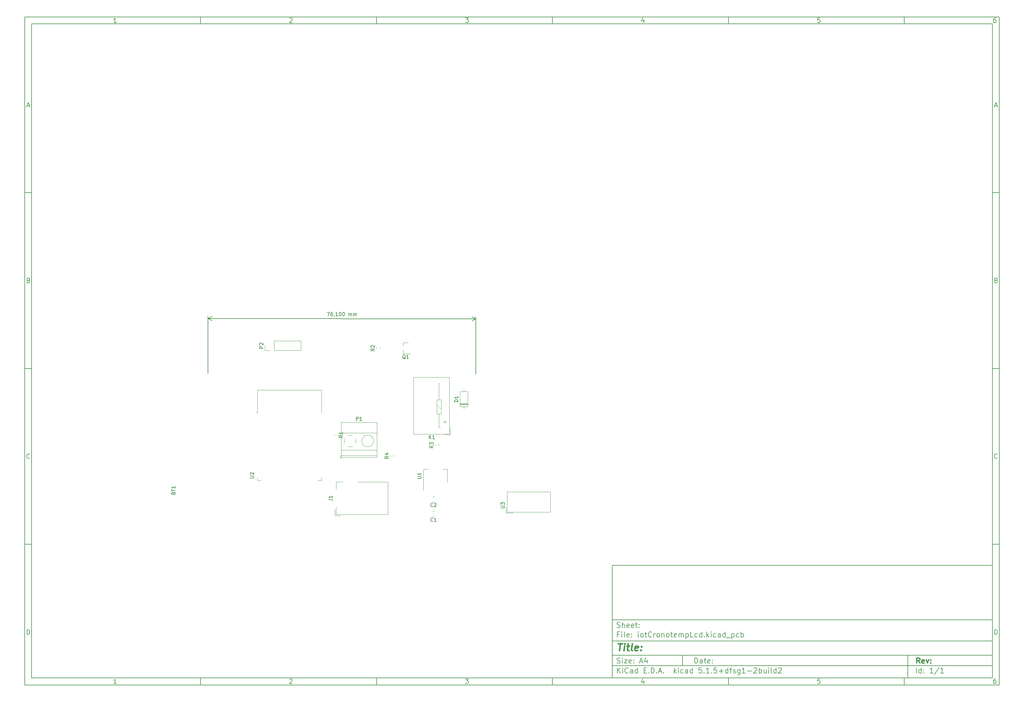
<source format=gbr>
%TF.GenerationSoftware,KiCad,Pcbnew,5.1.5+dfsg1-2build2*%
%TF.CreationDate,2021-01-19T23:04:30+01:00*%
%TF.ProjectId,iotCronotempLcd,696f7443-726f-46e6-9f74-656d704c6364,rev?*%
%TF.SameCoordinates,Original*%
%TF.FileFunction,Legend,Top*%
%TF.FilePolarity,Positive*%
%FSLAX46Y46*%
G04 Gerber Fmt 4.6, Leading zero omitted, Abs format (unit mm)*
G04 Created by KiCad (PCBNEW 5.1.5+dfsg1-2build2) date 2021-01-19 23:04:30*
%MOMM*%
%LPD*%
G04 APERTURE LIST*
%ADD10C,0.100000*%
%ADD11C,0.150000*%
%ADD12C,0.300000*%
%ADD13C,0.400000*%
%ADD14C,0.120000*%
G04 APERTURE END LIST*
D10*
D11*
X177002200Y-166007200D02*
X177002200Y-198007200D01*
X285002200Y-198007200D01*
X285002200Y-166007200D01*
X177002200Y-166007200D01*
D10*
D11*
X10000000Y-10000000D02*
X10000000Y-200007200D01*
X287002200Y-200007200D01*
X287002200Y-10000000D01*
X10000000Y-10000000D01*
D10*
D11*
X12000000Y-12000000D02*
X12000000Y-198007200D01*
X285002200Y-198007200D01*
X285002200Y-12000000D01*
X12000000Y-12000000D01*
D10*
D11*
X60000000Y-12000000D02*
X60000000Y-10000000D01*
D10*
D11*
X110000000Y-12000000D02*
X110000000Y-10000000D01*
D10*
D11*
X160000000Y-12000000D02*
X160000000Y-10000000D01*
D10*
D11*
X210000000Y-12000000D02*
X210000000Y-10000000D01*
D10*
D11*
X260000000Y-12000000D02*
X260000000Y-10000000D01*
D10*
D11*
X36065476Y-11588095D02*
X35322619Y-11588095D01*
X35694047Y-11588095D02*
X35694047Y-10288095D01*
X35570238Y-10473809D01*
X35446428Y-10597619D01*
X35322619Y-10659523D01*
D10*
D11*
X85322619Y-10411904D02*
X85384523Y-10350000D01*
X85508333Y-10288095D01*
X85817857Y-10288095D01*
X85941666Y-10350000D01*
X86003571Y-10411904D01*
X86065476Y-10535714D01*
X86065476Y-10659523D01*
X86003571Y-10845238D01*
X85260714Y-11588095D01*
X86065476Y-11588095D01*
D10*
D11*
X135260714Y-10288095D02*
X136065476Y-10288095D01*
X135632142Y-10783333D01*
X135817857Y-10783333D01*
X135941666Y-10845238D01*
X136003571Y-10907142D01*
X136065476Y-11030952D01*
X136065476Y-11340476D01*
X136003571Y-11464285D01*
X135941666Y-11526190D01*
X135817857Y-11588095D01*
X135446428Y-11588095D01*
X135322619Y-11526190D01*
X135260714Y-11464285D01*
D10*
D11*
X185941666Y-10721428D02*
X185941666Y-11588095D01*
X185632142Y-10226190D02*
X185322619Y-11154761D01*
X186127380Y-11154761D01*
D10*
D11*
X236003571Y-10288095D02*
X235384523Y-10288095D01*
X235322619Y-10907142D01*
X235384523Y-10845238D01*
X235508333Y-10783333D01*
X235817857Y-10783333D01*
X235941666Y-10845238D01*
X236003571Y-10907142D01*
X236065476Y-11030952D01*
X236065476Y-11340476D01*
X236003571Y-11464285D01*
X235941666Y-11526190D01*
X235817857Y-11588095D01*
X235508333Y-11588095D01*
X235384523Y-11526190D01*
X235322619Y-11464285D01*
D10*
D11*
X285941666Y-10288095D02*
X285694047Y-10288095D01*
X285570238Y-10350000D01*
X285508333Y-10411904D01*
X285384523Y-10597619D01*
X285322619Y-10845238D01*
X285322619Y-11340476D01*
X285384523Y-11464285D01*
X285446428Y-11526190D01*
X285570238Y-11588095D01*
X285817857Y-11588095D01*
X285941666Y-11526190D01*
X286003571Y-11464285D01*
X286065476Y-11340476D01*
X286065476Y-11030952D01*
X286003571Y-10907142D01*
X285941666Y-10845238D01*
X285817857Y-10783333D01*
X285570238Y-10783333D01*
X285446428Y-10845238D01*
X285384523Y-10907142D01*
X285322619Y-11030952D01*
D10*
D11*
X60000000Y-198007200D02*
X60000000Y-200007200D01*
D10*
D11*
X110000000Y-198007200D02*
X110000000Y-200007200D01*
D10*
D11*
X160000000Y-198007200D02*
X160000000Y-200007200D01*
D10*
D11*
X210000000Y-198007200D02*
X210000000Y-200007200D01*
D10*
D11*
X260000000Y-198007200D02*
X260000000Y-200007200D01*
D10*
D11*
X36065476Y-199595295D02*
X35322619Y-199595295D01*
X35694047Y-199595295D02*
X35694047Y-198295295D01*
X35570238Y-198481009D01*
X35446428Y-198604819D01*
X35322619Y-198666723D01*
D10*
D11*
X85322619Y-198419104D02*
X85384523Y-198357200D01*
X85508333Y-198295295D01*
X85817857Y-198295295D01*
X85941666Y-198357200D01*
X86003571Y-198419104D01*
X86065476Y-198542914D01*
X86065476Y-198666723D01*
X86003571Y-198852438D01*
X85260714Y-199595295D01*
X86065476Y-199595295D01*
D10*
D11*
X135260714Y-198295295D02*
X136065476Y-198295295D01*
X135632142Y-198790533D01*
X135817857Y-198790533D01*
X135941666Y-198852438D01*
X136003571Y-198914342D01*
X136065476Y-199038152D01*
X136065476Y-199347676D01*
X136003571Y-199471485D01*
X135941666Y-199533390D01*
X135817857Y-199595295D01*
X135446428Y-199595295D01*
X135322619Y-199533390D01*
X135260714Y-199471485D01*
D10*
D11*
X185941666Y-198728628D02*
X185941666Y-199595295D01*
X185632142Y-198233390D02*
X185322619Y-199161961D01*
X186127380Y-199161961D01*
D10*
D11*
X236003571Y-198295295D02*
X235384523Y-198295295D01*
X235322619Y-198914342D01*
X235384523Y-198852438D01*
X235508333Y-198790533D01*
X235817857Y-198790533D01*
X235941666Y-198852438D01*
X236003571Y-198914342D01*
X236065476Y-199038152D01*
X236065476Y-199347676D01*
X236003571Y-199471485D01*
X235941666Y-199533390D01*
X235817857Y-199595295D01*
X235508333Y-199595295D01*
X235384523Y-199533390D01*
X235322619Y-199471485D01*
D10*
D11*
X285941666Y-198295295D02*
X285694047Y-198295295D01*
X285570238Y-198357200D01*
X285508333Y-198419104D01*
X285384523Y-198604819D01*
X285322619Y-198852438D01*
X285322619Y-199347676D01*
X285384523Y-199471485D01*
X285446428Y-199533390D01*
X285570238Y-199595295D01*
X285817857Y-199595295D01*
X285941666Y-199533390D01*
X286003571Y-199471485D01*
X286065476Y-199347676D01*
X286065476Y-199038152D01*
X286003571Y-198914342D01*
X285941666Y-198852438D01*
X285817857Y-198790533D01*
X285570238Y-198790533D01*
X285446428Y-198852438D01*
X285384523Y-198914342D01*
X285322619Y-199038152D01*
D10*
D11*
X10000000Y-60000000D02*
X12000000Y-60000000D01*
D10*
D11*
X10000000Y-110000000D02*
X12000000Y-110000000D01*
D10*
D11*
X10000000Y-160000000D02*
X12000000Y-160000000D01*
D10*
D11*
X10690476Y-35216666D02*
X11309523Y-35216666D01*
X10566666Y-35588095D02*
X11000000Y-34288095D01*
X11433333Y-35588095D01*
D10*
D11*
X11092857Y-84907142D02*
X11278571Y-84969047D01*
X11340476Y-85030952D01*
X11402380Y-85154761D01*
X11402380Y-85340476D01*
X11340476Y-85464285D01*
X11278571Y-85526190D01*
X11154761Y-85588095D01*
X10659523Y-85588095D01*
X10659523Y-84288095D01*
X11092857Y-84288095D01*
X11216666Y-84350000D01*
X11278571Y-84411904D01*
X11340476Y-84535714D01*
X11340476Y-84659523D01*
X11278571Y-84783333D01*
X11216666Y-84845238D01*
X11092857Y-84907142D01*
X10659523Y-84907142D01*
D10*
D11*
X11402380Y-135464285D02*
X11340476Y-135526190D01*
X11154761Y-135588095D01*
X11030952Y-135588095D01*
X10845238Y-135526190D01*
X10721428Y-135402380D01*
X10659523Y-135278571D01*
X10597619Y-135030952D01*
X10597619Y-134845238D01*
X10659523Y-134597619D01*
X10721428Y-134473809D01*
X10845238Y-134350000D01*
X11030952Y-134288095D01*
X11154761Y-134288095D01*
X11340476Y-134350000D01*
X11402380Y-134411904D01*
D10*
D11*
X10659523Y-185588095D02*
X10659523Y-184288095D01*
X10969047Y-184288095D01*
X11154761Y-184350000D01*
X11278571Y-184473809D01*
X11340476Y-184597619D01*
X11402380Y-184845238D01*
X11402380Y-185030952D01*
X11340476Y-185278571D01*
X11278571Y-185402380D01*
X11154761Y-185526190D01*
X10969047Y-185588095D01*
X10659523Y-185588095D01*
D10*
D11*
X287002200Y-60000000D02*
X285002200Y-60000000D01*
D10*
D11*
X287002200Y-110000000D02*
X285002200Y-110000000D01*
D10*
D11*
X287002200Y-160000000D02*
X285002200Y-160000000D01*
D10*
D11*
X285692676Y-35216666D02*
X286311723Y-35216666D01*
X285568866Y-35588095D02*
X286002200Y-34288095D01*
X286435533Y-35588095D01*
D10*
D11*
X286095057Y-84907142D02*
X286280771Y-84969047D01*
X286342676Y-85030952D01*
X286404580Y-85154761D01*
X286404580Y-85340476D01*
X286342676Y-85464285D01*
X286280771Y-85526190D01*
X286156961Y-85588095D01*
X285661723Y-85588095D01*
X285661723Y-84288095D01*
X286095057Y-84288095D01*
X286218866Y-84350000D01*
X286280771Y-84411904D01*
X286342676Y-84535714D01*
X286342676Y-84659523D01*
X286280771Y-84783333D01*
X286218866Y-84845238D01*
X286095057Y-84907142D01*
X285661723Y-84907142D01*
D10*
D11*
X286404580Y-135464285D02*
X286342676Y-135526190D01*
X286156961Y-135588095D01*
X286033152Y-135588095D01*
X285847438Y-135526190D01*
X285723628Y-135402380D01*
X285661723Y-135278571D01*
X285599819Y-135030952D01*
X285599819Y-134845238D01*
X285661723Y-134597619D01*
X285723628Y-134473809D01*
X285847438Y-134350000D01*
X286033152Y-134288095D01*
X286156961Y-134288095D01*
X286342676Y-134350000D01*
X286404580Y-134411904D01*
D10*
D11*
X285661723Y-185588095D02*
X285661723Y-184288095D01*
X285971247Y-184288095D01*
X286156961Y-184350000D01*
X286280771Y-184473809D01*
X286342676Y-184597619D01*
X286404580Y-184845238D01*
X286404580Y-185030952D01*
X286342676Y-185278571D01*
X286280771Y-185402380D01*
X286156961Y-185526190D01*
X285971247Y-185588095D01*
X285661723Y-185588095D01*
D10*
D11*
X200434342Y-193785771D02*
X200434342Y-192285771D01*
X200791485Y-192285771D01*
X201005771Y-192357200D01*
X201148628Y-192500057D01*
X201220057Y-192642914D01*
X201291485Y-192928628D01*
X201291485Y-193142914D01*
X201220057Y-193428628D01*
X201148628Y-193571485D01*
X201005771Y-193714342D01*
X200791485Y-193785771D01*
X200434342Y-193785771D01*
X202577200Y-193785771D02*
X202577200Y-193000057D01*
X202505771Y-192857200D01*
X202362914Y-192785771D01*
X202077200Y-192785771D01*
X201934342Y-192857200D01*
X202577200Y-193714342D02*
X202434342Y-193785771D01*
X202077200Y-193785771D01*
X201934342Y-193714342D01*
X201862914Y-193571485D01*
X201862914Y-193428628D01*
X201934342Y-193285771D01*
X202077200Y-193214342D01*
X202434342Y-193214342D01*
X202577200Y-193142914D01*
X203077200Y-192785771D02*
X203648628Y-192785771D01*
X203291485Y-192285771D02*
X203291485Y-193571485D01*
X203362914Y-193714342D01*
X203505771Y-193785771D01*
X203648628Y-193785771D01*
X204720057Y-193714342D02*
X204577200Y-193785771D01*
X204291485Y-193785771D01*
X204148628Y-193714342D01*
X204077200Y-193571485D01*
X204077200Y-193000057D01*
X204148628Y-192857200D01*
X204291485Y-192785771D01*
X204577200Y-192785771D01*
X204720057Y-192857200D01*
X204791485Y-193000057D01*
X204791485Y-193142914D01*
X204077200Y-193285771D01*
X205434342Y-193642914D02*
X205505771Y-193714342D01*
X205434342Y-193785771D01*
X205362914Y-193714342D01*
X205434342Y-193642914D01*
X205434342Y-193785771D01*
X205434342Y-192857200D02*
X205505771Y-192928628D01*
X205434342Y-193000057D01*
X205362914Y-192928628D01*
X205434342Y-192857200D01*
X205434342Y-193000057D01*
D10*
D11*
X177002200Y-194507200D02*
X285002200Y-194507200D01*
D10*
D11*
X178434342Y-196585771D02*
X178434342Y-195085771D01*
X179291485Y-196585771D02*
X178648628Y-195728628D01*
X179291485Y-195085771D02*
X178434342Y-195942914D01*
X179934342Y-196585771D02*
X179934342Y-195585771D01*
X179934342Y-195085771D02*
X179862914Y-195157200D01*
X179934342Y-195228628D01*
X180005771Y-195157200D01*
X179934342Y-195085771D01*
X179934342Y-195228628D01*
X181505771Y-196442914D02*
X181434342Y-196514342D01*
X181220057Y-196585771D01*
X181077200Y-196585771D01*
X180862914Y-196514342D01*
X180720057Y-196371485D01*
X180648628Y-196228628D01*
X180577200Y-195942914D01*
X180577200Y-195728628D01*
X180648628Y-195442914D01*
X180720057Y-195300057D01*
X180862914Y-195157200D01*
X181077200Y-195085771D01*
X181220057Y-195085771D01*
X181434342Y-195157200D01*
X181505771Y-195228628D01*
X182791485Y-196585771D02*
X182791485Y-195800057D01*
X182720057Y-195657200D01*
X182577200Y-195585771D01*
X182291485Y-195585771D01*
X182148628Y-195657200D01*
X182791485Y-196514342D02*
X182648628Y-196585771D01*
X182291485Y-196585771D01*
X182148628Y-196514342D01*
X182077200Y-196371485D01*
X182077200Y-196228628D01*
X182148628Y-196085771D01*
X182291485Y-196014342D01*
X182648628Y-196014342D01*
X182791485Y-195942914D01*
X184148628Y-196585771D02*
X184148628Y-195085771D01*
X184148628Y-196514342D02*
X184005771Y-196585771D01*
X183720057Y-196585771D01*
X183577200Y-196514342D01*
X183505771Y-196442914D01*
X183434342Y-196300057D01*
X183434342Y-195871485D01*
X183505771Y-195728628D01*
X183577200Y-195657200D01*
X183720057Y-195585771D01*
X184005771Y-195585771D01*
X184148628Y-195657200D01*
X186005771Y-195800057D02*
X186505771Y-195800057D01*
X186720057Y-196585771D02*
X186005771Y-196585771D01*
X186005771Y-195085771D01*
X186720057Y-195085771D01*
X187362914Y-196442914D02*
X187434342Y-196514342D01*
X187362914Y-196585771D01*
X187291485Y-196514342D01*
X187362914Y-196442914D01*
X187362914Y-196585771D01*
X188077200Y-196585771D02*
X188077200Y-195085771D01*
X188434342Y-195085771D01*
X188648628Y-195157200D01*
X188791485Y-195300057D01*
X188862914Y-195442914D01*
X188934342Y-195728628D01*
X188934342Y-195942914D01*
X188862914Y-196228628D01*
X188791485Y-196371485D01*
X188648628Y-196514342D01*
X188434342Y-196585771D01*
X188077200Y-196585771D01*
X189577200Y-196442914D02*
X189648628Y-196514342D01*
X189577200Y-196585771D01*
X189505771Y-196514342D01*
X189577200Y-196442914D01*
X189577200Y-196585771D01*
X190220057Y-196157200D02*
X190934342Y-196157200D01*
X190077200Y-196585771D02*
X190577200Y-195085771D01*
X191077200Y-196585771D01*
X191577200Y-196442914D02*
X191648628Y-196514342D01*
X191577200Y-196585771D01*
X191505771Y-196514342D01*
X191577200Y-196442914D01*
X191577200Y-196585771D01*
X194577200Y-196585771D02*
X194577200Y-195085771D01*
X194720057Y-196014342D02*
X195148628Y-196585771D01*
X195148628Y-195585771D02*
X194577200Y-196157200D01*
X195791485Y-196585771D02*
X195791485Y-195585771D01*
X195791485Y-195085771D02*
X195720057Y-195157200D01*
X195791485Y-195228628D01*
X195862914Y-195157200D01*
X195791485Y-195085771D01*
X195791485Y-195228628D01*
X197148628Y-196514342D02*
X197005771Y-196585771D01*
X196720057Y-196585771D01*
X196577200Y-196514342D01*
X196505771Y-196442914D01*
X196434342Y-196300057D01*
X196434342Y-195871485D01*
X196505771Y-195728628D01*
X196577200Y-195657200D01*
X196720057Y-195585771D01*
X197005771Y-195585771D01*
X197148628Y-195657200D01*
X198434342Y-196585771D02*
X198434342Y-195800057D01*
X198362914Y-195657200D01*
X198220057Y-195585771D01*
X197934342Y-195585771D01*
X197791485Y-195657200D01*
X198434342Y-196514342D02*
X198291485Y-196585771D01*
X197934342Y-196585771D01*
X197791485Y-196514342D01*
X197720057Y-196371485D01*
X197720057Y-196228628D01*
X197791485Y-196085771D01*
X197934342Y-196014342D01*
X198291485Y-196014342D01*
X198434342Y-195942914D01*
X199791485Y-196585771D02*
X199791485Y-195085771D01*
X199791485Y-196514342D02*
X199648628Y-196585771D01*
X199362914Y-196585771D01*
X199220057Y-196514342D01*
X199148628Y-196442914D01*
X199077200Y-196300057D01*
X199077200Y-195871485D01*
X199148628Y-195728628D01*
X199220057Y-195657200D01*
X199362914Y-195585771D01*
X199648628Y-195585771D01*
X199791485Y-195657200D01*
X202362914Y-195085771D02*
X201648628Y-195085771D01*
X201577200Y-195800057D01*
X201648628Y-195728628D01*
X201791485Y-195657200D01*
X202148628Y-195657200D01*
X202291485Y-195728628D01*
X202362914Y-195800057D01*
X202434342Y-195942914D01*
X202434342Y-196300057D01*
X202362914Y-196442914D01*
X202291485Y-196514342D01*
X202148628Y-196585771D01*
X201791485Y-196585771D01*
X201648628Y-196514342D01*
X201577200Y-196442914D01*
X203077200Y-196442914D02*
X203148628Y-196514342D01*
X203077200Y-196585771D01*
X203005771Y-196514342D01*
X203077200Y-196442914D01*
X203077200Y-196585771D01*
X204577200Y-196585771D02*
X203720057Y-196585771D01*
X204148628Y-196585771D02*
X204148628Y-195085771D01*
X204005771Y-195300057D01*
X203862914Y-195442914D01*
X203720057Y-195514342D01*
X205220057Y-196442914D02*
X205291485Y-196514342D01*
X205220057Y-196585771D01*
X205148628Y-196514342D01*
X205220057Y-196442914D01*
X205220057Y-196585771D01*
X206648628Y-195085771D02*
X205934342Y-195085771D01*
X205862914Y-195800057D01*
X205934342Y-195728628D01*
X206077200Y-195657200D01*
X206434342Y-195657200D01*
X206577200Y-195728628D01*
X206648628Y-195800057D01*
X206720057Y-195942914D01*
X206720057Y-196300057D01*
X206648628Y-196442914D01*
X206577200Y-196514342D01*
X206434342Y-196585771D01*
X206077200Y-196585771D01*
X205934342Y-196514342D01*
X205862914Y-196442914D01*
X207362914Y-196014342D02*
X208505771Y-196014342D01*
X207934342Y-196585771D02*
X207934342Y-195442914D01*
X209862914Y-196585771D02*
X209862914Y-195085771D01*
X209862914Y-196514342D02*
X209720057Y-196585771D01*
X209434342Y-196585771D01*
X209291485Y-196514342D01*
X209220057Y-196442914D01*
X209148628Y-196300057D01*
X209148628Y-195871485D01*
X209220057Y-195728628D01*
X209291485Y-195657200D01*
X209434342Y-195585771D01*
X209720057Y-195585771D01*
X209862914Y-195657200D01*
X210362914Y-195585771D02*
X210934342Y-195585771D01*
X210577200Y-196585771D02*
X210577200Y-195300057D01*
X210648628Y-195157200D01*
X210791485Y-195085771D01*
X210934342Y-195085771D01*
X211362914Y-196514342D02*
X211505771Y-196585771D01*
X211791485Y-196585771D01*
X211934342Y-196514342D01*
X212005771Y-196371485D01*
X212005771Y-196300057D01*
X211934342Y-196157200D01*
X211791485Y-196085771D01*
X211577200Y-196085771D01*
X211434342Y-196014342D01*
X211362914Y-195871485D01*
X211362914Y-195800057D01*
X211434342Y-195657200D01*
X211577200Y-195585771D01*
X211791485Y-195585771D01*
X211934342Y-195657200D01*
X213291485Y-195585771D02*
X213291485Y-196800057D01*
X213220057Y-196942914D01*
X213148628Y-197014342D01*
X213005771Y-197085771D01*
X212791485Y-197085771D01*
X212648628Y-197014342D01*
X213291485Y-196514342D02*
X213148628Y-196585771D01*
X212862914Y-196585771D01*
X212720057Y-196514342D01*
X212648628Y-196442914D01*
X212577200Y-196300057D01*
X212577200Y-195871485D01*
X212648628Y-195728628D01*
X212720057Y-195657200D01*
X212862914Y-195585771D01*
X213148628Y-195585771D01*
X213291485Y-195657200D01*
X214791485Y-196585771D02*
X213934342Y-196585771D01*
X214362914Y-196585771D02*
X214362914Y-195085771D01*
X214220057Y-195300057D01*
X214077200Y-195442914D01*
X213934342Y-195514342D01*
X215434342Y-196014342D02*
X216577200Y-196014342D01*
X217220057Y-195228628D02*
X217291485Y-195157200D01*
X217434342Y-195085771D01*
X217791485Y-195085771D01*
X217934342Y-195157200D01*
X218005771Y-195228628D01*
X218077200Y-195371485D01*
X218077200Y-195514342D01*
X218005771Y-195728628D01*
X217148628Y-196585771D01*
X218077200Y-196585771D01*
X218720057Y-196585771D02*
X218720057Y-195085771D01*
X218720057Y-195657200D02*
X218862914Y-195585771D01*
X219148628Y-195585771D01*
X219291485Y-195657200D01*
X219362914Y-195728628D01*
X219434342Y-195871485D01*
X219434342Y-196300057D01*
X219362914Y-196442914D01*
X219291485Y-196514342D01*
X219148628Y-196585771D01*
X218862914Y-196585771D01*
X218720057Y-196514342D01*
X220720057Y-195585771D02*
X220720057Y-196585771D01*
X220077200Y-195585771D02*
X220077200Y-196371485D01*
X220148628Y-196514342D01*
X220291485Y-196585771D01*
X220505771Y-196585771D01*
X220648628Y-196514342D01*
X220720057Y-196442914D01*
X221434342Y-196585771D02*
X221434342Y-195585771D01*
X221434342Y-195085771D02*
X221362914Y-195157200D01*
X221434342Y-195228628D01*
X221505771Y-195157200D01*
X221434342Y-195085771D01*
X221434342Y-195228628D01*
X222362914Y-196585771D02*
X222220057Y-196514342D01*
X222148628Y-196371485D01*
X222148628Y-195085771D01*
X223577200Y-196585771D02*
X223577200Y-195085771D01*
X223577200Y-196514342D02*
X223434342Y-196585771D01*
X223148628Y-196585771D01*
X223005771Y-196514342D01*
X222934342Y-196442914D01*
X222862914Y-196300057D01*
X222862914Y-195871485D01*
X222934342Y-195728628D01*
X223005771Y-195657200D01*
X223148628Y-195585771D01*
X223434342Y-195585771D01*
X223577200Y-195657200D01*
X224220057Y-195228628D02*
X224291485Y-195157200D01*
X224434342Y-195085771D01*
X224791485Y-195085771D01*
X224934342Y-195157200D01*
X225005771Y-195228628D01*
X225077200Y-195371485D01*
X225077200Y-195514342D01*
X225005771Y-195728628D01*
X224148628Y-196585771D01*
X225077200Y-196585771D01*
D10*
D11*
X177002200Y-191507200D02*
X285002200Y-191507200D01*
D10*
D12*
X264411485Y-193785771D02*
X263911485Y-193071485D01*
X263554342Y-193785771D02*
X263554342Y-192285771D01*
X264125771Y-192285771D01*
X264268628Y-192357200D01*
X264340057Y-192428628D01*
X264411485Y-192571485D01*
X264411485Y-192785771D01*
X264340057Y-192928628D01*
X264268628Y-193000057D01*
X264125771Y-193071485D01*
X263554342Y-193071485D01*
X265625771Y-193714342D02*
X265482914Y-193785771D01*
X265197200Y-193785771D01*
X265054342Y-193714342D01*
X264982914Y-193571485D01*
X264982914Y-193000057D01*
X265054342Y-192857200D01*
X265197200Y-192785771D01*
X265482914Y-192785771D01*
X265625771Y-192857200D01*
X265697200Y-193000057D01*
X265697200Y-193142914D01*
X264982914Y-193285771D01*
X266197200Y-192785771D02*
X266554342Y-193785771D01*
X266911485Y-192785771D01*
X267482914Y-193642914D02*
X267554342Y-193714342D01*
X267482914Y-193785771D01*
X267411485Y-193714342D01*
X267482914Y-193642914D01*
X267482914Y-193785771D01*
X267482914Y-192857200D02*
X267554342Y-192928628D01*
X267482914Y-193000057D01*
X267411485Y-192928628D01*
X267482914Y-192857200D01*
X267482914Y-193000057D01*
D10*
D11*
X178362914Y-193714342D02*
X178577200Y-193785771D01*
X178934342Y-193785771D01*
X179077200Y-193714342D01*
X179148628Y-193642914D01*
X179220057Y-193500057D01*
X179220057Y-193357200D01*
X179148628Y-193214342D01*
X179077200Y-193142914D01*
X178934342Y-193071485D01*
X178648628Y-193000057D01*
X178505771Y-192928628D01*
X178434342Y-192857200D01*
X178362914Y-192714342D01*
X178362914Y-192571485D01*
X178434342Y-192428628D01*
X178505771Y-192357200D01*
X178648628Y-192285771D01*
X179005771Y-192285771D01*
X179220057Y-192357200D01*
X179862914Y-193785771D02*
X179862914Y-192785771D01*
X179862914Y-192285771D02*
X179791485Y-192357200D01*
X179862914Y-192428628D01*
X179934342Y-192357200D01*
X179862914Y-192285771D01*
X179862914Y-192428628D01*
X180434342Y-192785771D02*
X181220057Y-192785771D01*
X180434342Y-193785771D01*
X181220057Y-193785771D01*
X182362914Y-193714342D02*
X182220057Y-193785771D01*
X181934342Y-193785771D01*
X181791485Y-193714342D01*
X181720057Y-193571485D01*
X181720057Y-193000057D01*
X181791485Y-192857200D01*
X181934342Y-192785771D01*
X182220057Y-192785771D01*
X182362914Y-192857200D01*
X182434342Y-193000057D01*
X182434342Y-193142914D01*
X181720057Y-193285771D01*
X183077200Y-193642914D02*
X183148628Y-193714342D01*
X183077200Y-193785771D01*
X183005771Y-193714342D01*
X183077200Y-193642914D01*
X183077200Y-193785771D01*
X183077200Y-192857200D02*
X183148628Y-192928628D01*
X183077200Y-193000057D01*
X183005771Y-192928628D01*
X183077200Y-192857200D01*
X183077200Y-193000057D01*
X184862914Y-193357200D02*
X185577200Y-193357200D01*
X184720057Y-193785771D02*
X185220057Y-192285771D01*
X185720057Y-193785771D01*
X186862914Y-192785771D02*
X186862914Y-193785771D01*
X186505771Y-192214342D02*
X186148628Y-193285771D01*
X187077200Y-193285771D01*
D10*
D11*
X263434342Y-196585771D02*
X263434342Y-195085771D01*
X264791485Y-196585771D02*
X264791485Y-195085771D01*
X264791485Y-196514342D02*
X264648628Y-196585771D01*
X264362914Y-196585771D01*
X264220057Y-196514342D01*
X264148628Y-196442914D01*
X264077200Y-196300057D01*
X264077200Y-195871485D01*
X264148628Y-195728628D01*
X264220057Y-195657200D01*
X264362914Y-195585771D01*
X264648628Y-195585771D01*
X264791485Y-195657200D01*
X265505771Y-196442914D02*
X265577200Y-196514342D01*
X265505771Y-196585771D01*
X265434342Y-196514342D01*
X265505771Y-196442914D01*
X265505771Y-196585771D01*
X265505771Y-195657200D02*
X265577200Y-195728628D01*
X265505771Y-195800057D01*
X265434342Y-195728628D01*
X265505771Y-195657200D01*
X265505771Y-195800057D01*
X268148628Y-196585771D02*
X267291485Y-196585771D01*
X267720057Y-196585771D02*
X267720057Y-195085771D01*
X267577200Y-195300057D01*
X267434342Y-195442914D01*
X267291485Y-195514342D01*
X269862914Y-195014342D02*
X268577200Y-196942914D01*
X271148628Y-196585771D02*
X270291485Y-196585771D01*
X270720057Y-196585771D02*
X270720057Y-195085771D01*
X270577200Y-195300057D01*
X270434342Y-195442914D01*
X270291485Y-195514342D01*
D10*
D11*
X177002200Y-187507200D02*
X285002200Y-187507200D01*
D10*
D13*
X178714580Y-188211961D02*
X179857438Y-188211961D01*
X179036009Y-190211961D02*
X179286009Y-188211961D01*
X180274104Y-190211961D02*
X180440771Y-188878628D01*
X180524104Y-188211961D02*
X180416961Y-188307200D01*
X180500295Y-188402438D01*
X180607438Y-188307200D01*
X180524104Y-188211961D01*
X180500295Y-188402438D01*
X181107438Y-188878628D02*
X181869342Y-188878628D01*
X181476485Y-188211961D02*
X181262200Y-189926247D01*
X181333628Y-190116723D01*
X181512200Y-190211961D01*
X181702676Y-190211961D01*
X182655057Y-190211961D02*
X182476485Y-190116723D01*
X182405057Y-189926247D01*
X182619342Y-188211961D01*
X184190771Y-190116723D02*
X183988390Y-190211961D01*
X183607438Y-190211961D01*
X183428866Y-190116723D01*
X183357438Y-189926247D01*
X183452676Y-189164342D01*
X183571723Y-188973866D01*
X183774104Y-188878628D01*
X184155057Y-188878628D01*
X184333628Y-188973866D01*
X184405057Y-189164342D01*
X184381247Y-189354819D01*
X183405057Y-189545295D01*
X185155057Y-190021485D02*
X185238390Y-190116723D01*
X185131247Y-190211961D01*
X185047914Y-190116723D01*
X185155057Y-190021485D01*
X185131247Y-190211961D01*
X185286009Y-188973866D02*
X185369342Y-189069104D01*
X185262200Y-189164342D01*
X185178866Y-189069104D01*
X185286009Y-188973866D01*
X185262200Y-189164342D01*
D10*
D11*
X178934342Y-185600057D02*
X178434342Y-185600057D01*
X178434342Y-186385771D02*
X178434342Y-184885771D01*
X179148628Y-184885771D01*
X179720057Y-186385771D02*
X179720057Y-185385771D01*
X179720057Y-184885771D02*
X179648628Y-184957200D01*
X179720057Y-185028628D01*
X179791485Y-184957200D01*
X179720057Y-184885771D01*
X179720057Y-185028628D01*
X180648628Y-186385771D02*
X180505771Y-186314342D01*
X180434342Y-186171485D01*
X180434342Y-184885771D01*
X181791485Y-186314342D02*
X181648628Y-186385771D01*
X181362914Y-186385771D01*
X181220057Y-186314342D01*
X181148628Y-186171485D01*
X181148628Y-185600057D01*
X181220057Y-185457200D01*
X181362914Y-185385771D01*
X181648628Y-185385771D01*
X181791485Y-185457200D01*
X181862914Y-185600057D01*
X181862914Y-185742914D01*
X181148628Y-185885771D01*
X182505771Y-186242914D02*
X182577200Y-186314342D01*
X182505771Y-186385771D01*
X182434342Y-186314342D01*
X182505771Y-186242914D01*
X182505771Y-186385771D01*
X182505771Y-185457200D02*
X182577200Y-185528628D01*
X182505771Y-185600057D01*
X182434342Y-185528628D01*
X182505771Y-185457200D01*
X182505771Y-185600057D01*
X184362914Y-186385771D02*
X184362914Y-185385771D01*
X184362914Y-184885771D02*
X184291485Y-184957200D01*
X184362914Y-185028628D01*
X184434342Y-184957200D01*
X184362914Y-184885771D01*
X184362914Y-185028628D01*
X185291485Y-186385771D02*
X185148628Y-186314342D01*
X185077200Y-186242914D01*
X185005771Y-186100057D01*
X185005771Y-185671485D01*
X185077200Y-185528628D01*
X185148628Y-185457200D01*
X185291485Y-185385771D01*
X185505771Y-185385771D01*
X185648628Y-185457200D01*
X185720057Y-185528628D01*
X185791485Y-185671485D01*
X185791485Y-186100057D01*
X185720057Y-186242914D01*
X185648628Y-186314342D01*
X185505771Y-186385771D01*
X185291485Y-186385771D01*
X186220057Y-185385771D02*
X186791485Y-185385771D01*
X186434342Y-184885771D02*
X186434342Y-186171485D01*
X186505771Y-186314342D01*
X186648628Y-186385771D01*
X186791485Y-186385771D01*
X188148628Y-186242914D02*
X188077200Y-186314342D01*
X187862914Y-186385771D01*
X187720057Y-186385771D01*
X187505771Y-186314342D01*
X187362914Y-186171485D01*
X187291485Y-186028628D01*
X187220057Y-185742914D01*
X187220057Y-185528628D01*
X187291485Y-185242914D01*
X187362914Y-185100057D01*
X187505771Y-184957200D01*
X187720057Y-184885771D01*
X187862914Y-184885771D01*
X188077200Y-184957200D01*
X188148628Y-185028628D01*
X188791485Y-186385771D02*
X188791485Y-185385771D01*
X188791485Y-185671485D02*
X188862914Y-185528628D01*
X188934342Y-185457200D01*
X189077200Y-185385771D01*
X189220057Y-185385771D01*
X189934342Y-186385771D02*
X189791485Y-186314342D01*
X189720057Y-186242914D01*
X189648628Y-186100057D01*
X189648628Y-185671485D01*
X189720057Y-185528628D01*
X189791485Y-185457200D01*
X189934342Y-185385771D01*
X190148628Y-185385771D01*
X190291485Y-185457200D01*
X190362914Y-185528628D01*
X190434342Y-185671485D01*
X190434342Y-186100057D01*
X190362914Y-186242914D01*
X190291485Y-186314342D01*
X190148628Y-186385771D01*
X189934342Y-186385771D01*
X191077200Y-185385771D02*
X191077200Y-186385771D01*
X191077200Y-185528628D02*
X191148628Y-185457200D01*
X191291485Y-185385771D01*
X191505771Y-185385771D01*
X191648628Y-185457200D01*
X191720057Y-185600057D01*
X191720057Y-186385771D01*
X192648628Y-186385771D02*
X192505771Y-186314342D01*
X192434342Y-186242914D01*
X192362914Y-186100057D01*
X192362914Y-185671485D01*
X192434342Y-185528628D01*
X192505771Y-185457200D01*
X192648628Y-185385771D01*
X192862914Y-185385771D01*
X193005771Y-185457200D01*
X193077200Y-185528628D01*
X193148628Y-185671485D01*
X193148628Y-186100057D01*
X193077200Y-186242914D01*
X193005771Y-186314342D01*
X192862914Y-186385771D01*
X192648628Y-186385771D01*
X193577200Y-185385771D02*
X194148628Y-185385771D01*
X193791485Y-184885771D02*
X193791485Y-186171485D01*
X193862914Y-186314342D01*
X194005771Y-186385771D01*
X194148628Y-186385771D01*
X195220057Y-186314342D02*
X195077200Y-186385771D01*
X194791485Y-186385771D01*
X194648628Y-186314342D01*
X194577200Y-186171485D01*
X194577200Y-185600057D01*
X194648628Y-185457200D01*
X194791485Y-185385771D01*
X195077200Y-185385771D01*
X195220057Y-185457200D01*
X195291485Y-185600057D01*
X195291485Y-185742914D01*
X194577200Y-185885771D01*
X195934342Y-186385771D02*
X195934342Y-185385771D01*
X195934342Y-185528628D02*
X196005771Y-185457200D01*
X196148628Y-185385771D01*
X196362914Y-185385771D01*
X196505771Y-185457200D01*
X196577200Y-185600057D01*
X196577200Y-186385771D01*
X196577200Y-185600057D02*
X196648628Y-185457200D01*
X196791485Y-185385771D01*
X197005771Y-185385771D01*
X197148628Y-185457200D01*
X197220057Y-185600057D01*
X197220057Y-186385771D01*
X197934342Y-185385771D02*
X197934342Y-186885771D01*
X197934342Y-185457200D02*
X198077200Y-185385771D01*
X198362914Y-185385771D01*
X198505771Y-185457200D01*
X198577200Y-185528628D01*
X198648628Y-185671485D01*
X198648628Y-186100057D01*
X198577200Y-186242914D01*
X198505771Y-186314342D01*
X198362914Y-186385771D01*
X198077200Y-186385771D01*
X197934342Y-186314342D01*
X200005771Y-186385771D02*
X199291485Y-186385771D01*
X199291485Y-184885771D01*
X201148628Y-186314342D02*
X201005771Y-186385771D01*
X200720057Y-186385771D01*
X200577200Y-186314342D01*
X200505771Y-186242914D01*
X200434342Y-186100057D01*
X200434342Y-185671485D01*
X200505771Y-185528628D01*
X200577200Y-185457200D01*
X200720057Y-185385771D01*
X201005771Y-185385771D01*
X201148628Y-185457200D01*
X202434342Y-186385771D02*
X202434342Y-184885771D01*
X202434342Y-186314342D02*
X202291485Y-186385771D01*
X202005771Y-186385771D01*
X201862914Y-186314342D01*
X201791485Y-186242914D01*
X201720057Y-186100057D01*
X201720057Y-185671485D01*
X201791485Y-185528628D01*
X201862914Y-185457200D01*
X202005771Y-185385771D01*
X202291485Y-185385771D01*
X202434342Y-185457200D01*
X203148628Y-186242914D02*
X203220057Y-186314342D01*
X203148628Y-186385771D01*
X203077200Y-186314342D01*
X203148628Y-186242914D01*
X203148628Y-186385771D01*
X203862914Y-186385771D02*
X203862914Y-184885771D01*
X204005771Y-185814342D02*
X204434342Y-186385771D01*
X204434342Y-185385771D02*
X203862914Y-185957200D01*
X205077200Y-186385771D02*
X205077200Y-185385771D01*
X205077200Y-184885771D02*
X205005771Y-184957200D01*
X205077200Y-185028628D01*
X205148628Y-184957200D01*
X205077200Y-184885771D01*
X205077200Y-185028628D01*
X206434342Y-186314342D02*
X206291485Y-186385771D01*
X206005771Y-186385771D01*
X205862914Y-186314342D01*
X205791485Y-186242914D01*
X205720057Y-186100057D01*
X205720057Y-185671485D01*
X205791485Y-185528628D01*
X205862914Y-185457200D01*
X206005771Y-185385771D01*
X206291485Y-185385771D01*
X206434342Y-185457200D01*
X207720057Y-186385771D02*
X207720057Y-185600057D01*
X207648628Y-185457200D01*
X207505771Y-185385771D01*
X207220057Y-185385771D01*
X207077200Y-185457200D01*
X207720057Y-186314342D02*
X207577200Y-186385771D01*
X207220057Y-186385771D01*
X207077200Y-186314342D01*
X207005771Y-186171485D01*
X207005771Y-186028628D01*
X207077200Y-185885771D01*
X207220057Y-185814342D01*
X207577200Y-185814342D01*
X207720057Y-185742914D01*
X209077200Y-186385771D02*
X209077200Y-184885771D01*
X209077200Y-186314342D02*
X208934342Y-186385771D01*
X208648628Y-186385771D01*
X208505771Y-186314342D01*
X208434342Y-186242914D01*
X208362914Y-186100057D01*
X208362914Y-185671485D01*
X208434342Y-185528628D01*
X208505771Y-185457200D01*
X208648628Y-185385771D01*
X208934342Y-185385771D01*
X209077200Y-185457200D01*
X209434342Y-186528628D02*
X210577200Y-186528628D01*
X210934342Y-185385771D02*
X210934342Y-186885771D01*
X210934342Y-185457200D02*
X211077200Y-185385771D01*
X211362914Y-185385771D01*
X211505771Y-185457200D01*
X211577200Y-185528628D01*
X211648628Y-185671485D01*
X211648628Y-186100057D01*
X211577200Y-186242914D01*
X211505771Y-186314342D01*
X211362914Y-186385771D01*
X211077200Y-186385771D01*
X210934342Y-186314342D01*
X212934342Y-186314342D02*
X212791485Y-186385771D01*
X212505771Y-186385771D01*
X212362914Y-186314342D01*
X212291485Y-186242914D01*
X212220057Y-186100057D01*
X212220057Y-185671485D01*
X212291485Y-185528628D01*
X212362914Y-185457200D01*
X212505771Y-185385771D01*
X212791485Y-185385771D01*
X212934342Y-185457200D01*
X213577200Y-186385771D02*
X213577200Y-184885771D01*
X213577200Y-185457200D02*
X213720057Y-185385771D01*
X214005771Y-185385771D01*
X214148628Y-185457200D01*
X214220057Y-185528628D01*
X214291485Y-185671485D01*
X214291485Y-186100057D01*
X214220057Y-186242914D01*
X214148628Y-186314342D01*
X214005771Y-186385771D01*
X213720057Y-186385771D01*
X213577200Y-186314342D01*
D10*
D11*
X177002200Y-181507200D02*
X285002200Y-181507200D01*
D10*
D11*
X178362914Y-183614342D02*
X178577200Y-183685771D01*
X178934342Y-183685771D01*
X179077200Y-183614342D01*
X179148628Y-183542914D01*
X179220057Y-183400057D01*
X179220057Y-183257200D01*
X179148628Y-183114342D01*
X179077200Y-183042914D01*
X178934342Y-182971485D01*
X178648628Y-182900057D01*
X178505771Y-182828628D01*
X178434342Y-182757200D01*
X178362914Y-182614342D01*
X178362914Y-182471485D01*
X178434342Y-182328628D01*
X178505771Y-182257200D01*
X178648628Y-182185771D01*
X179005771Y-182185771D01*
X179220057Y-182257200D01*
X179862914Y-183685771D02*
X179862914Y-182185771D01*
X180505771Y-183685771D02*
X180505771Y-182900057D01*
X180434342Y-182757200D01*
X180291485Y-182685771D01*
X180077200Y-182685771D01*
X179934342Y-182757200D01*
X179862914Y-182828628D01*
X181791485Y-183614342D02*
X181648628Y-183685771D01*
X181362914Y-183685771D01*
X181220057Y-183614342D01*
X181148628Y-183471485D01*
X181148628Y-182900057D01*
X181220057Y-182757200D01*
X181362914Y-182685771D01*
X181648628Y-182685771D01*
X181791485Y-182757200D01*
X181862914Y-182900057D01*
X181862914Y-183042914D01*
X181148628Y-183185771D01*
X183077200Y-183614342D02*
X182934342Y-183685771D01*
X182648628Y-183685771D01*
X182505771Y-183614342D01*
X182434342Y-183471485D01*
X182434342Y-182900057D01*
X182505771Y-182757200D01*
X182648628Y-182685771D01*
X182934342Y-182685771D01*
X183077200Y-182757200D01*
X183148628Y-182900057D01*
X183148628Y-183042914D01*
X182434342Y-183185771D01*
X183577200Y-182685771D02*
X184148628Y-182685771D01*
X183791485Y-182185771D02*
X183791485Y-183471485D01*
X183862914Y-183614342D01*
X184005771Y-183685771D01*
X184148628Y-183685771D01*
X184648628Y-183542914D02*
X184720057Y-183614342D01*
X184648628Y-183685771D01*
X184577200Y-183614342D01*
X184648628Y-183542914D01*
X184648628Y-183685771D01*
X184648628Y-182757200D02*
X184720057Y-182828628D01*
X184648628Y-182900057D01*
X184577200Y-182828628D01*
X184648628Y-182757200D01*
X184648628Y-182900057D01*
D10*
D11*
X197002200Y-191507200D02*
X197002200Y-194507200D01*
D10*
D11*
X261002200Y-191507200D02*
X261002200Y-198007200D01*
X95982467Y-93986915D02*
X96649133Y-93987791D01*
X96219248Y-94987227D01*
X97458656Y-93988855D02*
X97268180Y-93988605D01*
X97172879Y-94036099D01*
X97125198Y-94083655D01*
X97029772Y-94226387D01*
X96981902Y-94416801D01*
X96981402Y-94797753D01*
X97028896Y-94893053D01*
X97076452Y-94940735D01*
X97171628Y-94988479D01*
X97362104Y-94988729D01*
X97457404Y-94941235D01*
X97505086Y-94893679D01*
X97552830Y-94798503D01*
X97553143Y-94560408D01*
X97505649Y-94465108D01*
X97458093Y-94417426D01*
X97362917Y-94369682D01*
X97172441Y-94369432D01*
X97077141Y-94416926D01*
X97029459Y-94464482D01*
X96981715Y-94559658D01*
X98028832Y-94941986D02*
X98028770Y-94989605D01*
X97981026Y-95084781D01*
X97933344Y-95132337D01*
X98981150Y-94990857D02*
X98409722Y-94990106D01*
X98695436Y-94990481D02*
X98696750Y-93990482D01*
X98601324Y-94133214D01*
X98505961Y-94228327D01*
X98410660Y-94275821D01*
X99601511Y-93991671D02*
X99696749Y-93991796D01*
X99791924Y-94039540D01*
X99839481Y-94087222D01*
X99886975Y-94182523D01*
X99934343Y-94373061D01*
X99934031Y-94611156D01*
X99886161Y-94801570D01*
X99838417Y-94896745D01*
X99790736Y-94944301D01*
X99695435Y-94991795D01*
X99600197Y-94991670D01*
X99505022Y-94943926D01*
X99457465Y-94896244D01*
X99409971Y-94800944D01*
X99362603Y-94610405D01*
X99362915Y-94372310D01*
X99410785Y-94181897D01*
X99458529Y-94086721D01*
X99506210Y-94039165D01*
X99601511Y-93991671D01*
X100553891Y-93992923D02*
X100649129Y-93993048D01*
X100744305Y-94040792D01*
X100791861Y-94088473D01*
X100839355Y-94183774D01*
X100886724Y-94374313D01*
X100886411Y-94612408D01*
X100838541Y-94802821D01*
X100790797Y-94897997D01*
X100743116Y-94945553D01*
X100647815Y-94993047D01*
X100552577Y-94992922D01*
X100457402Y-94945178D01*
X100409845Y-94897496D01*
X100362351Y-94802195D01*
X100314983Y-94611657D01*
X100315296Y-94373562D01*
X100363165Y-94183148D01*
X100410909Y-94087973D01*
X100458591Y-94040416D01*
X100553891Y-93992923D01*
X102076385Y-94994924D02*
X102077261Y-94328258D01*
X102077136Y-94423496D02*
X102124818Y-94375940D01*
X102220118Y-94328446D01*
X102362975Y-94328633D01*
X102458151Y-94376378D01*
X102505645Y-94471678D01*
X102504956Y-94995487D01*
X102505645Y-94471678D02*
X102553389Y-94376503D01*
X102648689Y-94329009D01*
X102791546Y-94329197D01*
X102886722Y-94376941D01*
X102934216Y-94472241D01*
X102933527Y-94996050D01*
X103409717Y-94996676D02*
X103410594Y-94330010D01*
X103410468Y-94425248D02*
X103458150Y-94377692D01*
X103553451Y-94330198D01*
X103696308Y-94330385D01*
X103791483Y-94378130D01*
X103838977Y-94473430D01*
X103838289Y-94997239D01*
X103838977Y-94473430D02*
X103886721Y-94378255D01*
X103982022Y-94330761D01*
X104124879Y-94330949D01*
X104220054Y-94378693D01*
X104267548Y-94473993D01*
X104266860Y-94997802D01*
X62120512Y-95790040D02*
X138220512Y-95890040D01*
X62100000Y-111400000D02*
X62121283Y-95203620D01*
X138200000Y-111500000D02*
X138221283Y-95303620D01*
X138220512Y-95890040D02*
X137093239Y-96474980D01*
X138220512Y-95890040D02*
X137094780Y-95302139D01*
X62120512Y-95790040D02*
X63246244Y-96377941D01*
X62120512Y-95790040D02*
X63247785Y-95205100D01*
D14*
%TO.C,R3*%
X127610000Y-131962779D02*
X127610000Y-131637221D01*
X126590000Y-131962779D02*
X126590000Y-131637221D01*
%TO.C,U1*%
X123290000Y-144600000D02*
X123290000Y-138590000D01*
X130110000Y-142350000D02*
X130110000Y-138590000D01*
X123290000Y-138590000D02*
X124550000Y-138590000D01*
X130110000Y-138590000D02*
X128850000Y-138590000D01*
%TO.C,P1*%
X99700000Y-135500000D02*
X100200000Y-135500000D01*
X99700000Y-134760000D02*
X99700000Y-135500000D01*
X106273000Y-131623000D02*
X106226000Y-131669000D01*
X108570000Y-129325000D02*
X108535000Y-129361000D01*
X106466000Y-131839000D02*
X106431000Y-131874000D01*
X108775000Y-129531000D02*
X108728000Y-129577000D01*
X110060000Y-125339000D02*
X110060000Y-135260000D01*
X99940000Y-125339000D02*
X99940000Y-135260000D01*
X99940000Y-135260000D02*
X110060000Y-135260000D01*
X99940000Y-125339000D02*
X110060000Y-125339000D01*
X99940000Y-128299000D02*
X110060000Y-128299000D01*
X99940000Y-133200000D02*
X110060000Y-133200000D01*
X99940000Y-134700000D02*
X110060000Y-134700000D01*
X109180000Y-130600000D02*
G75*
G03X109180000Y-130600000I-1680000J0D01*
G01*
X102528805Y-132280253D02*
G75*
G02X101816000Y-132135000I-28805J1680253D01*
G01*
X100964574Y-131283042D02*
G75*
G02X100965000Y-129916000I1535426J683042D01*
G01*
X101816958Y-129064574D02*
G75*
G02X103184000Y-129065000I683042J-1535426D01*
G01*
X104035426Y-129916958D02*
G75*
G02X104035000Y-131284000I-1535426J-683042D01*
G01*
X103183318Y-132134756D02*
G75*
G02X102500000Y-132280000I-683318J1534756D01*
G01*
%TO.C,R4*%
X114910000Y-134962779D02*
X114910000Y-134637221D01*
X113890000Y-134962779D02*
X113890000Y-134637221D01*
%TO.C,U3*%
X146800000Y-151060000D02*
X146800000Y-149450000D01*
X146800000Y-151060000D02*
X148800000Y-151060000D01*
X159340000Y-150780000D02*
X147090000Y-150780000D01*
X159340000Y-145020000D02*
X159340000Y-150780000D01*
X147080000Y-145020000D02*
X159340000Y-145020000D01*
X147080000Y-150770000D02*
X147080000Y-145030000D01*
%TO.C,P2*%
X78270000Y-104830000D02*
X78270000Y-103500000D01*
X79600000Y-104830000D02*
X78270000Y-104830000D01*
X80870000Y-104830000D02*
X80870000Y-102170000D01*
X80870000Y-102170000D02*
X88550000Y-102170000D01*
X80870000Y-104830000D02*
X88550000Y-104830000D01*
X88550000Y-104830000D02*
X88550000Y-102170000D01*
%TO.C,D1*%
X133680000Y-120210000D02*
X135920000Y-120210000D01*
X133680000Y-119970000D02*
X135920000Y-119970000D01*
X133680000Y-120090000D02*
X135920000Y-120090000D01*
X134800000Y-115920000D02*
X134800000Y-116570000D01*
X134800000Y-121460000D02*
X134800000Y-120810000D01*
X133680000Y-116570000D02*
X133680000Y-120810000D01*
X135920000Y-116570000D02*
X133680000Y-116570000D01*
X135920000Y-120810000D02*
X135920000Y-116570000D01*
X133680000Y-120810000D02*
X135920000Y-120810000D01*
%TO.C,K1*%
X128384000Y-118926000D02*
X128384000Y-122863000D01*
X127114000Y-118926000D02*
X128384000Y-118926000D01*
X127114000Y-122863000D02*
X127114000Y-118926000D01*
X128384000Y-122863000D02*
X127114000Y-122863000D01*
X128257000Y-121466000D02*
X127114000Y-120323000D01*
X127749000Y-114227000D02*
X128003000Y-114227000D01*
X127749000Y-118926000D02*
X127749000Y-114227000D01*
X127749000Y-126800000D02*
X128130000Y-126800000D01*
X127749000Y-122990000D02*
X127749000Y-126800000D01*
X130700000Y-128600000D02*
X120500000Y-128600000D01*
X130700000Y-112500000D02*
X130700000Y-128600000D01*
X120500000Y-112500000D02*
X130700000Y-112500000D01*
X120500000Y-128600000D02*
X120500000Y-112500000D01*
X129400000Y-125600000D02*
X129400000Y-124800000D01*
X129000000Y-125200000D02*
X129800000Y-125200000D01*
X130900000Y-126800000D02*
X130900000Y-128800000D01*
X130900000Y-128800000D02*
X129300000Y-128800000D01*
%TO.C,Q1*%
X117540000Y-102620000D02*
X119000000Y-102620000D01*
X117540000Y-105780000D02*
X119700000Y-105780000D01*
X117540000Y-105780000D02*
X117540000Y-104850000D01*
X117540000Y-102620000D02*
X117540000Y-103550000D01*
%TO.C,R1*%
X97990000Y-128737221D02*
X97990000Y-129062779D01*
X99010000Y-128737221D02*
X99010000Y-129062779D01*
%TO.C,R2*%
X110910000Y-104362779D02*
X110910000Y-104037221D01*
X109890000Y-104362779D02*
X109890000Y-104037221D01*
%TO.C,U2*%
X76125000Y-122500000D02*
X75745000Y-122500000D01*
X76125000Y-116080000D02*
X76125000Y-122500000D01*
X94365000Y-116080000D02*
X94365000Y-122500000D01*
X76125000Y-116080000D02*
X94365000Y-116080000D01*
X94365000Y-141825000D02*
X93365000Y-141825000D01*
X94365000Y-141045000D02*
X94365000Y-141825000D01*
X76125000Y-141825000D02*
X77125000Y-141825000D01*
X76125000Y-141045000D02*
X76125000Y-141825000D01*
%TO.C,C1*%
X126458578Y-150690000D02*
X125941422Y-150690000D01*
X126458578Y-152110000D02*
X125941422Y-152110000D01*
%TO.C,C2*%
X126458578Y-146490000D02*
X125941422Y-146490000D01*
X126458578Y-147910000D02*
X125941422Y-147910000D01*
%TO.C,J1*%
X98500000Y-151500000D02*
X98500000Y-149400000D01*
X98200000Y-151800000D02*
X99800000Y-151800000D01*
X98200000Y-150100000D02*
X98200000Y-151800000D01*
X98500000Y-142300000D02*
X100300000Y-142300000D01*
X98500000Y-144400000D02*
X98500000Y-142300000D01*
X113200000Y-151500000D02*
X98500000Y-151500000D01*
X113200000Y-142300000D02*
X113200000Y-151500000D01*
X104700000Y-142300000D02*
X113200000Y-142300000D01*
%TO.C,R3*%
D11*
X126122380Y-131966666D02*
X125646190Y-132300000D01*
X126122380Y-132538095D02*
X125122380Y-132538095D01*
X125122380Y-132157142D01*
X125170000Y-132061904D01*
X125217619Y-132014285D01*
X125312857Y-131966666D01*
X125455714Y-131966666D01*
X125550952Y-132014285D01*
X125598571Y-132061904D01*
X125646190Y-132157142D01*
X125646190Y-132538095D01*
X125122380Y-131633333D02*
X125122380Y-131014285D01*
X125503333Y-131347619D01*
X125503333Y-131204761D01*
X125550952Y-131109523D01*
X125598571Y-131061904D01*
X125693809Y-131014285D01*
X125931904Y-131014285D01*
X126027142Y-131061904D01*
X126074761Y-131109523D01*
X126122380Y-131204761D01*
X126122380Y-131490476D01*
X126074761Y-131585714D01*
X126027142Y-131633333D01*
%TO.C,U1*%
X121652380Y-141261904D02*
X122461904Y-141261904D01*
X122557142Y-141214285D01*
X122604761Y-141166666D01*
X122652380Y-141071428D01*
X122652380Y-140880952D01*
X122604761Y-140785714D01*
X122557142Y-140738095D01*
X122461904Y-140690476D01*
X121652380Y-140690476D01*
X122652380Y-139690476D02*
X122652380Y-140261904D01*
X122652380Y-139976190D02*
X121652380Y-139976190D01*
X121795238Y-140071428D01*
X121890476Y-140166666D01*
X121938095Y-140261904D01*
%TO.C,P1*%
X104261904Y-124792380D02*
X104261904Y-123792380D01*
X104642857Y-123792380D01*
X104738095Y-123840000D01*
X104785714Y-123887619D01*
X104833333Y-123982857D01*
X104833333Y-124125714D01*
X104785714Y-124220952D01*
X104738095Y-124268571D01*
X104642857Y-124316190D01*
X104261904Y-124316190D01*
X105785714Y-124792380D02*
X105214285Y-124792380D01*
X105500000Y-124792380D02*
X105500000Y-123792380D01*
X105404761Y-123935238D01*
X105309523Y-124030476D01*
X105214285Y-124078095D01*
%TO.C,R4*%
X113422380Y-134966666D02*
X112946190Y-135300000D01*
X113422380Y-135538095D02*
X112422380Y-135538095D01*
X112422380Y-135157142D01*
X112470000Y-135061904D01*
X112517619Y-135014285D01*
X112612857Y-134966666D01*
X112755714Y-134966666D01*
X112850952Y-135014285D01*
X112898571Y-135061904D01*
X112946190Y-135157142D01*
X112946190Y-135538095D01*
X112755714Y-134109523D02*
X113422380Y-134109523D01*
X112374761Y-134347619D02*
X113089047Y-134585714D01*
X113089047Y-133966666D01*
%TO.C,U3*%
X145352380Y-149661904D02*
X146161904Y-149661904D01*
X146257142Y-149614285D01*
X146304761Y-149566666D01*
X146352380Y-149471428D01*
X146352380Y-149280952D01*
X146304761Y-149185714D01*
X146257142Y-149138095D01*
X146161904Y-149090476D01*
X145352380Y-149090476D01*
X145352380Y-148709523D02*
X145352380Y-148090476D01*
X145733333Y-148423809D01*
X145733333Y-148280952D01*
X145780952Y-148185714D01*
X145828571Y-148138095D01*
X145923809Y-148090476D01*
X146161904Y-148090476D01*
X146257142Y-148138095D01*
X146304761Y-148185714D01*
X146352380Y-148280952D01*
X146352380Y-148566666D01*
X146304761Y-148661904D01*
X146257142Y-148709523D01*
%TO.C,P2*%
X77722380Y-104238095D02*
X76722380Y-104238095D01*
X76722380Y-103857142D01*
X76770000Y-103761904D01*
X76817619Y-103714285D01*
X76912857Y-103666666D01*
X77055714Y-103666666D01*
X77150952Y-103714285D01*
X77198571Y-103761904D01*
X77246190Y-103857142D01*
X77246190Y-104238095D01*
X76817619Y-103285714D02*
X76770000Y-103238095D01*
X76722380Y-103142857D01*
X76722380Y-102904761D01*
X76770000Y-102809523D01*
X76817619Y-102761904D01*
X76912857Y-102714285D01*
X77008095Y-102714285D01*
X77150952Y-102761904D01*
X77722380Y-103333333D01*
X77722380Y-102714285D01*
%TO.C,D1*%
X133132380Y-119428095D02*
X132132380Y-119428095D01*
X132132380Y-119190000D01*
X132180000Y-119047142D01*
X132275238Y-118951904D01*
X132370476Y-118904285D01*
X132560952Y-118856666D01*
X132703809Y-118856666D01*
X132894285Y-118904285D01*
X132989523Y-118951904D01*
X133084761Y-119047142D01*
X133132380Y-119190000D01*
X133132380Y-119428095D01*
X133132380Y-117904285D02*
X133132380Y-118475714D01*
X133132380Y-118190000D02*
X132132380Y-118190000D01*
X132275238Y-118285238D01*
X132370476Y-118380476D01*
X132418095Y-118475714D01*
%TO.C,K1*%
X124961904Y-129952380D02*
X124961904Y-128952380D01*
X125533333Y-129952380D02*
X125104761Y-129380952D01*
X125533333Y-128952380D02*
X124961904Y-129523809D01*
X126485714Y-129952380D02*
X125914285Y-129952380D01*
X126200000Y-129952380D02*
X126200000Y-128952380D01*
X126104761Y-129095238D01*
X126009523Y-129190476D01*
X125914285Y-129238095D01*
%TO.C,Q1*%
X118204761Y-107247619D02*
X118109523Y-107200000D01*
X118014285Y-107104761D01*
X117871428Y-106961904D01*
X117776190Y-106914285D01*
X117680952Y-106914285D01*
X117728571Y-107152380D02*
X117633333Y-107104761D01*
X117538095Y-107009523D01*
X117490476Y-106819047D01*
X117490476Y-106485714D01*
X117538095Y-106295238D01*
X117633333Y-106200000D01*
X117728571Y-106152380D01*
X117919047Y-106152380D01*
X118014285Y-106200000D01*
X118109523Y-106295238D01*
X118157142Y-106485714D01*
X118157142Y-106819047D01*
X118109523Y-107009523D01*
X118014285Y-107104761D01*
X117919047Y-107152380D01*
X117728571Y-107152380D01*
X119109523Y-107152380D02*
X118538095Y-107152380D01*
X118823809Y-107152380D02*
X118823809Y-106152380D01*
X118728571Y-106295238D01*
X118633333Y-106390476D01*
X118538095Y-106438095D01*
%TO.C,R1*%
X100382380Y-129066666D02*
X99906190Y-129400000D01*
X100382380Y-129638095D02*
X99382380Y-129638095D01*
X99382380Y-129257142D01*
X99430000Y-129161904D01*
X99477619Y-129114285D01*
X99572857Y-129066666D01*
X99715714Y-129066666D01*
X99810952Y-129114285D01*
X99858571Y-129161904D01*
X99906190Y-129257142D01*
X99906190Y-129638095D01*
X100382380Y-128114285D02*
X100382380Y-128685714D01*
X100382380Y-128400000D02*
X99382380Y-128400000D01*
X99525238Y-128495238D01*
X99620476Y-128590476D01*
X99668095Y-128685714D01*
%TO.C,R2*%
X109422380Y-104366666D02*
X108946190Y-104700000D01*
X109422380Y-104938095D02*
X108422380Y-104938095D01*
X108422380Y-104557142D01*
X108470000Y-104461904D01*
X108517619Y-104414285D01*
X108612857Y-104366666D01*
X108755714Y-104366666D01*
X108850952Y-104414285D01*
X108898571Y-104461904D01*
X108946190Y-104557142D01*
X108946190Y-104938095D01*
X108517619Y-103985714D02*
X108470000Y-103938095D01*
X108422380Y-103842857D01*
X108422380Y-103604761D01*
X108470000Y-103509523D01*
X108517619Y-103461904D01*
X108612857Y-103414285D01*
X108708095Y-103414285D01*
X108850952Y-103461904D01*
X109422380Y-104033333D01*
X109422380Y-103414285D01*
%TO.C,U2*%
X74087380Y-141136904D02*
X74896904Y-141136904D01*
X74992142Y-141089285D01*
X75039761Y-141041666D01*
X75087380Y-140946428D01*
X75087380Y-140755952D01*
X75039761Y-140660714D01*
X74992142Y-140613095D01*
X74896904Y-140565476D01*
X74087380Y-140565476D01*
X74182619Y-140136904D02*
X74135000Y-140089285D01*
X74087380Y-139994047D01*
X74087380Y-139755952D01*
X74135000Y-139660714D01*
X74182619Y-139613095D01*
X74277857Y-139565476D01*
X74373095Y-139565476D01*
X74515952Y-139613095D01*
X75087380Y-140184523D01*
X75087380Y-139565476D01*
%TO.C,BT1*%
X52238571Y-145425714D02*
X52286190Y-145282857D01*
X52333809Y-145235238D01*
X52429047Y-145187619D01*
X52571904Y-145187619D01*
X52667142Y-145235238D01*
X52714761Y-145282857D01*
X52762380Y-145378095D01*
X52762380Y-145759047D01*
X51762380Y-145759047D01*
X51762380Y-145425714D01*
X51810000Y-145330476D01*
X51857619Y-145282857D01*
X51952857Y-145235238D01*
X52048095Y-145235238D01*
X52143333Y-145282857D01*
X52190952Y-145330476D01*
X52238571Y-145425714D01*
X52238571Y-145759047D01*
X51762380Y-144901904D02*
X51762380Y-144330476D01*
X52762380Y-144616190D02*
X51762380Y-144616190D01*
X52762380Y-143473333D02*
X52762380Y-144044761D01*
X52762380Y-143759047D02*
X51762380Y-143759047D01*
X51905238Y-143854285D01*
X52000476Y-143949523D01*
X52048095Y-144044761D01*
%TO.C,C1*%
X126033333Y-153407142D02*
X125985714Y-153454761D01*
X125842857Y-153502380D01*
X125747619Y-153502380D01*
X125604761Y-153454761D01*
X125509523Y-153359523D01*
X125461904Y-153264285D01*
X125414285Y-153073809D01*
X125414285Y-152930952D01*
X125461904Y-152740476D01*
X125509523Y-152645238D01*
X125604761Y-152550000D01*
X125747619Y-152502380D01*
X125842857Y-152502380D01*
X125985714Y-152550000D01*
X126033333Y-152597619D01*
X126985714Y-153502380D02*
X126414285Y-153502380D01*
X126700000Y-153502380D02*
X126700000Y-152502380D01*
X126604761Y-152645238D01*
X126509523Y-152740476D01*
X126414285Y-152788095D01*
%TO.C,C2*%
X126033333Y-149207142D02*
X125985714Y-149254761D01*
X125842857Y-149302380D01*
X125747619Y-149302380D01*
X125604761Y-149254761D01*
X125509523Y-149159523D01*
X125461904Y-149064285D01*
X125414285Y-148873809D01*
X125414285Y-148730952D01*
X125461904Y-148540476D01*
X125509523Y-148445238D01*
X125604761Y-148350000D01*
X125747619Y-148302380D01*
X125842857Y-148302380D01*
X125985714Y-148350000D01*
X126033333Y-148397619D01*
X126414285Y-148397619D02*
X126461904Y-148350000D01*
X126557142Y-148302380D01*
X126795238Y-148302380D01*
X126890476Y-148350000D01*
X126938095Y-148397619D01*
X126985714Y-148492857D01*
X126985714Y-148588095D01*
X126938095Y-148730952D01*
X126366666Y-149302380D01*
X126985714Y-149302380D01*
%TO.C,J1*%
X96452380Y-147233333D02*
X97166666Y-147233333D01*
X97309523Y-147280952D01*
X97404761Y-147376190D01*
X97452380Y-147519047D01*
X97452380Y-147614285D01*
X97452380Y-146233333D02*
X97452380Y-146804761D01*
X97452380Y-146519047D02*
X96452380Y-146519047D01*
X96595238Y-146614285D01*
X96690476Y-146709523D01*
X96738095Y-146804761D01*
%TD*%
M02*

</source>
